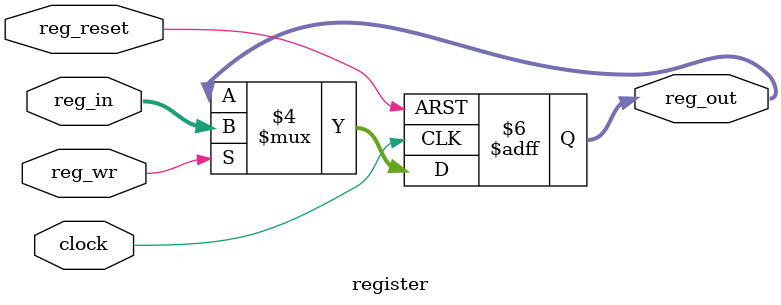
<source format=sv>
module register#(
        parameter WIDTH = 16
    )
    (
        input logic [WIDTH - 1:0] reg_in, 
        input logic reg_wr, reg_reset, clock, 
        output logic [WIDTH - 1:0] reg_out
    );

    always_ff @(posedge clock or posedge reg_reset)
    begin
        if(reg_reset==1'b1)
            reg_out <= {WIDTH{1'b0}};
        else
        begin
            if (reg_wr == 1'b1)
                reg_out <= reg_in;
        end
    end

endmodule
</source>
